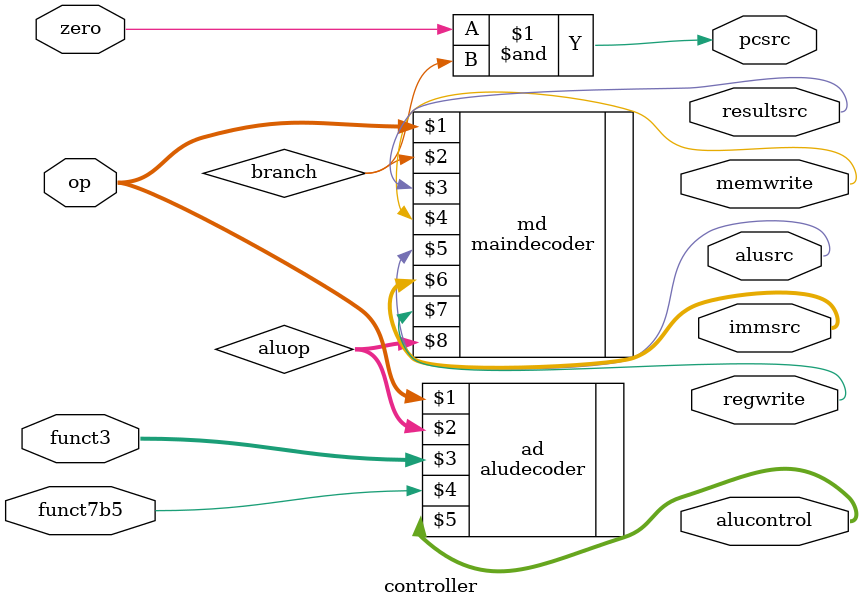
<source format=v>
module controller(op,funct3,funct7b5,zero,pcsrc,resultsrc,memwrite,alucontrol,alusrc,immsrc,regwrite);

input wire [6:0] op;
input wire [2:0] funct3;
input wire funct7b5, zero;
output wire pcsrc,resultsrc,memwrite,alusrc,regwrite;
output wire [1:0] alucontrol;
output wire [1:0] immsrc;

wire branch;
wire [1:0] aluop;
assign pcsrc = zero & branch;

maindecoder md(op,branch,resultsrc,memwrite,alusrc,immsrc,regwrite,aluop);
aludecoder ad(op,aluop,funct3,funct7b5,alucontrol);

endmodule
</source>
